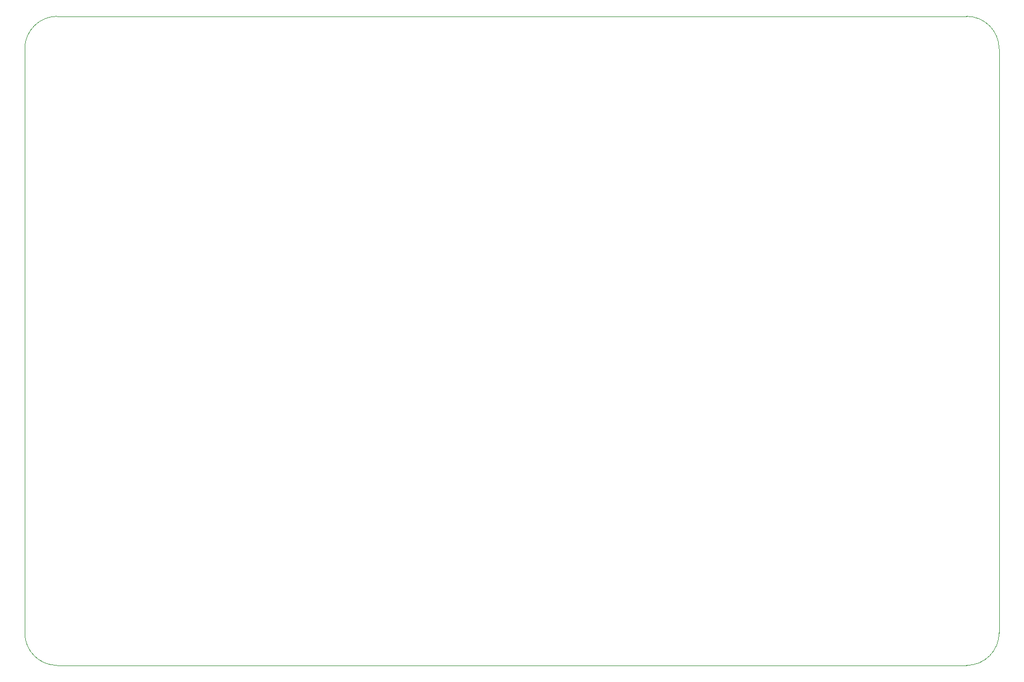
<source format=gbr>
%TF.GenerationSoftware,KiCad,Pcbnew,(6.0.0)*%
%TF.CreationDate,2022-03-30T16:25:39+04:00*%
%TF.ProjectId,Coffe_Machine_Gogokhia_Edition_SIMPLE,436f6666-655f-44d6-9163-68696e655f47,rev?*%
%TF.SameCoordinates,Original*%
%TF.FileFunction,Profile,NP*%
%FSLAX46Y46*%
G04 Gerber Fmt 4.6, Leading zero omitted, Abs format (unit mm)*
G04 Created by KiCad (PCBNEW (6.0.0)) date 2022-03-30 16:25:39*
%MOMM*%
%LPD*%
G01*
G04 APERTURE LIST*
%TA.AperFunction,Profile*%
%ADD10C,0.120000*%
%TD*%
G04 APERTURE END LIST*
D10*
X55466670Y-126525000D02*
X55466670Y-36525000D01*
X60466670Y-31525000D02*
G75*
G03*
X55466670Y-36525000I0J-5000000D01*
G01*
X200466670Y-131525000D02*
X60466670Y-131525000D01*
X60466670Y-31525000D02*
X200466670Y-31525000D01*
X200466670Y-131525000D02*
G75*
G03*
X205466670Y-126525000I0J5000000D01*
G01*
X205466670Y-36525000D02*
X205466670Y-126525000D01*
X55466670Y-126525000D02*
G75*
G03*
X60466670Y-131525000I5000000J0D01*
G01*
X205466670Y-36525000D02*
G75*
G03*
X200466670Y-31525000I-5000000J0D01*
G01*
M02*

</source>
